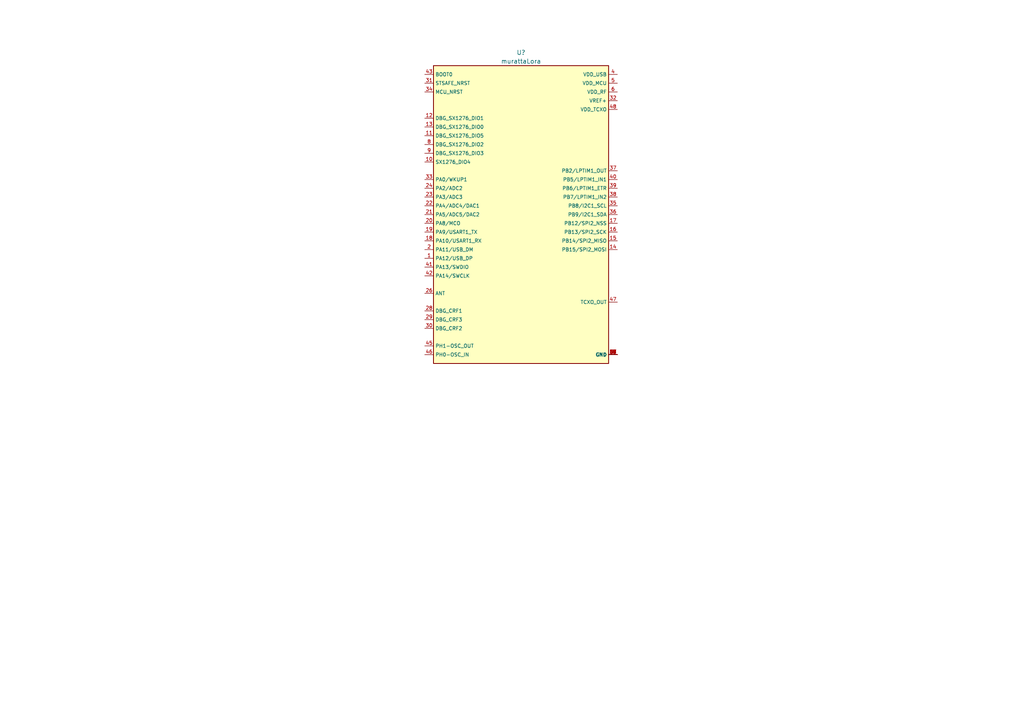
<source format=kicad_sch>
(kicad_sch (version 20210406) (generator eeschema)
  (paper "A4")
  (lib_symbols
    (symbol "modulles:murattaLora"
      (property "Reference" "U" (at -1.27 -46.99 0))
      (property "Value" "murattaLora" (at -20.32 26.67 0))
      (symbol "murattaLora_0_0"
        (rectangle (start -26.67 -48.26) (end 24.13 38.1) (stroke (width 0.254)) (fill (type background)))
        (pin bidirectional line (at -29.21 -17.78 0) (length 2.54) (name "PA12/USB_DP") (number "1"))
        (pin bidirectional line (at -29.21 10.16 0) (length 2.54) (name "SX1276_DIO4") (number "10"))
        (pin bidirectional line (at -29.21 17.78 0) (length 2.54) (name "DBG_SX1276_DIO5") (number "11"))
        (pin bidirectional line (at -29.21 22.86 0) (length 2.54) (name "DBG_SX1276_DIO1") (number "12"))
        (pin bidirectional line (at -29.21 20.32 0) (length 2.54) (name "DBG_SX1276_DIO0") (number "13"))
        (pin bidirectional line (at 26.67 -15.24 180) (length 2.54) (name "PB15/SPI2_MOSI") (number "14"))
        (pin bidirectional line (at 26.67 -12.7 180) (length 2.54) (name "PB14/SPI2_MISO") (number "15"))
        (pin bidirectional line (at 26.67 -10.16 180) (length 2.54) (name "PB13/SPI2_SCK") (number "16"))
        (pin bidirectional line (at 26.67 -7.62 180) (length 2.54) (name "PB12/SPI2_NSS") (number "17"))
        (pin bidirectional line (at -29.21 -12.7 0) (length 2.54) (name "PA10/USART1_RX") (number "18"))
        (pin bidirectional line (at -29.21 -10.16 0) (length 2.54) (name "PA9/USART1_TX") (number "19"))
        (pin bidirectional line (at -29.21 -15.24 0) (length 2.54) (name "PA11/USB_DM") (number "2"))
        (pin bidirectional line (at -29.21 -7.62 0) (length 2.54) (name "PA8/MCO") (number "20"))
        (pin bidirectional line (at -29.21 -5.08 0) (length 2.54) (name "PA5/ADC5/DAC2") (number "21"))
        (pin bidirectional line (at -29.21 -2.54 0) (length 2.54) (name "PA4/ADC4/DAC1") (number "22"))
        (pin bidirectional line (at -29.21 0 0) (length 2.54) (name "PA3/ADC3") (number "23"))
        (pin bidirectional line (at -29.21 2.54 0) (length 2.54) (name "PA2/ADC2") (number "24"))
        (pin power_in line (at 26.67 -45.72 180) (length 2.54) (name "GND") (number "25"))
        (pin bidirectional line (at -29.21 -27.94 0) (length 2.54) (name "ANT") (number "26"))
        (pin power_in line (at 26.67 -45.72 180) (length 2.54) (name "GND") (number "27"))
        (pin bidirectional line (at -29.21 -33.02 0) (length 2.54) (name "DBG_CRF1") (number "28"))
        (pin bidirectional line (at -29.21 -35.56 0) (length 2.54) (name "DBG_CRF3") (number "29"))
        (pin power_in line (at 26.67 -45.72 180) (length 2.54) (name "GND") (number "3"))
        (pin bidirectional line (at -29.21 -38.1 0) (length 2.54) (name "DBG_CRF2") (number "30"))
        (pin input line (at -29.21 33.02 0) (length 2.54) (name "STSAFE_NRST") (number "31"))
        (pin power_in line (at 26.67 27.94 180) (length 2.54) (name "VREF+") (number "32"))
        (pin bidirectional line (at -29.21 5.08 0) (length 2.54) (name "PA0/WKUP1") (number "33"))
        (pin input line (at -29.21 30.48 0) (length 2.54) (name "MCU_NRST") (number "34"))
        (pin bidirectional line (at 26.67 -2.54 180) (length 2.54) (name "PB8/I2C1_SCL") (number "35"))
        (pin bidirectional line (at 26.67 -5.08 180) (length 2.54) (name "PB9/I2C1_SDA") (number "36"))
        (pin bidirectional line (at 26.67 7.62 180) (length 2.54) (name "PB2/LPTIM1_OUT") (number "37"))
        (pin bidirectional line (at 26.67 0 180) (length 2.54) (name "PB7/LPTIM1_IN2") (number "38"))
        (pin bidirectional line (at 26.67 2.54 180) (length 2.54) (name "PB6/LPTIM1_ETR") (number "39"))
        (pin power_in line (at 26.67 35.56 180) (length 2.54) (name "VDD_USB") (number "4"))
        (pin bidirectional line (at 26.67 5.08 180) (length 2.54) (name "PB5/LPTIM1_IN1") (number "40"))
        (pin bidirectional line (at -29.21 -20.32 0) (length 2.54) (name "PA13/SWDIO") (number "41"))
        (pin bidirectional line (at -29.21 -22.86 0) (length 2.54) (name "PA14/SWCLK") (number "42"))
        (pin input line (at -29.21 35.56 0) (length 2.54) (name "BOOT0") (number "43"))
        (pin power_in line (at 26.67 -45.72 180) (length 2.54) (name "GND") (number "44"))
        (pin bidirectional line (at -29.21 -43.18 0) (length 2.54) (name "PH1-OSC_OUT") (number "45"))
        (pin bidirectional line (at -29.21 -45.72 0) (length 2.54) (name "PH0-OSC_IN") (number "46"))
        (pin output line (at 26.67 -30.48 180) (length 2.54) (name "TCXO_OUT") (number "47"))
        (pin power_in line (at 26.67 25.4 180) (length 2.54) (name "VDD_TCXO") (number "48"))
        (pin power_in line (at 26.67 -45.72 180) (length 2.54) (name "GND") (number "49"))
        (pin power_in line (at 26.67 33.02 180) (length 2.54) (name "VDD_MCU") (number "5"))
        (pin power_in line (at 26.67 -45.72 180) (length 2.54) (name "GND") (number "50"))
        (pin power_in line (at 26.67 -45.72 180) (length 2.54) (name "GND") (number "51"))
        (pin power_in line (at 26.67 -45.72 180) (length 2.54) (name "GND") (number "52"))
        (pin power_in line (at 26.67 -45.72 180) (length 2.54) (name "GND") (number "53"))
        (pin power_in line (at 26.67 -45.72 180) (length 2.54) (name "GND") (number "54"))
        (pin power_in line (at 26.67 -45.72 180) (length 2.54) (name "GND") (number "55"))
        (pin power_in line (at 26.67 -45.72 180) (length 2.54) (name "GND") (number "56"))
        (pin power_in line (at 26.67 -45.72 180) (length 2.54) (name "GND") (number "57"))
        (pin power_in line (at 26.67 30.48 180) (length 2.54) (name "VDD_RF") (number "6"))
        (pin power_in line (at 26.67 -45.72 180) (length 2.54) (name "GND") (number "7"))
        (pin bidirectional line (at -29.21 15.24 0) (length 2.54) (name "DBG_SX1276_DIO2") (number "8"))
        (pin bidirectional line (at -29.21 12.7 0) (length 2.54) (name "DBG_SX1276_DIO3") (number "9"))
      )
    )
  )
  (symbol (lib_id "modulles:murattaLora") (at 152.4 57.15 0) (unit 1)
    (property "Reference" "U?" (at 151.13 15.24 0))
    (property "Value" "murattaLora" (at 151.13 17.78 0))
  )
)
</source>
